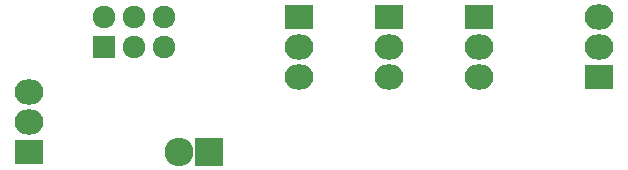
<source format=gbr>
G04 #@! TF.FileFunction,Soldermask,Top*
%FSLAX46Y46*%
G04 Gerber Fmt 4.6, Leading zero omitted, Abs format (unit mm)*
G04 Created by KiCad (PCBNEW 4.0.2-stable) date 5/23/2016 10:55:23 AM*
%MOMM*%
G01*
G04 APERTURE LIST*
%ADD10C,0.100000*%
%ADD11R,2.432000X2.432000*%
%ADD12O,2.432000X2.432000*%
%ADD13R,2.432000X2.127200*%
%ADD14O,2.432000X2.127200*%
%ADD15R,1.924000X1.924000*%
%ADD16C,1.924000*%
G04 APERTURE END LIST*
D10*
D11*
X154940000Y-96520000D03*
D12*
X152400000Y-96520000D03*
D13*
X162560000Y-85090000D03*
D14*
X162560000Y-87630000D03*
X162560000Y-90170000D03*
D13*
X187960000Y-90170000D03*
D14*
X187960000Y-87630000D03*
X187960000Y-85090000D03*
D13*
X170180000Y-85090000D03*
D14*
X170180000Y-87630000D03*
X170180000Y-90170000D03*
D13*
X177800000Y-85090000D03*
D14*
X177800000Y-87630000D03*
X177800000Y-90170000D03*
D13*
X139700000Y-96520000D03*
D14*
X139700000Y-93980000D03*
X139700000Y-91440000D03*
D15*
X146050000Y-87630000D03*
D16*
X148590000Y-87630000D03*
X151130000Y-87630000D03*
X151130000Y-85090000D03*
X148590000Y-85090000D03*
X146050000Y-85090000D03*
M02*

</source>
